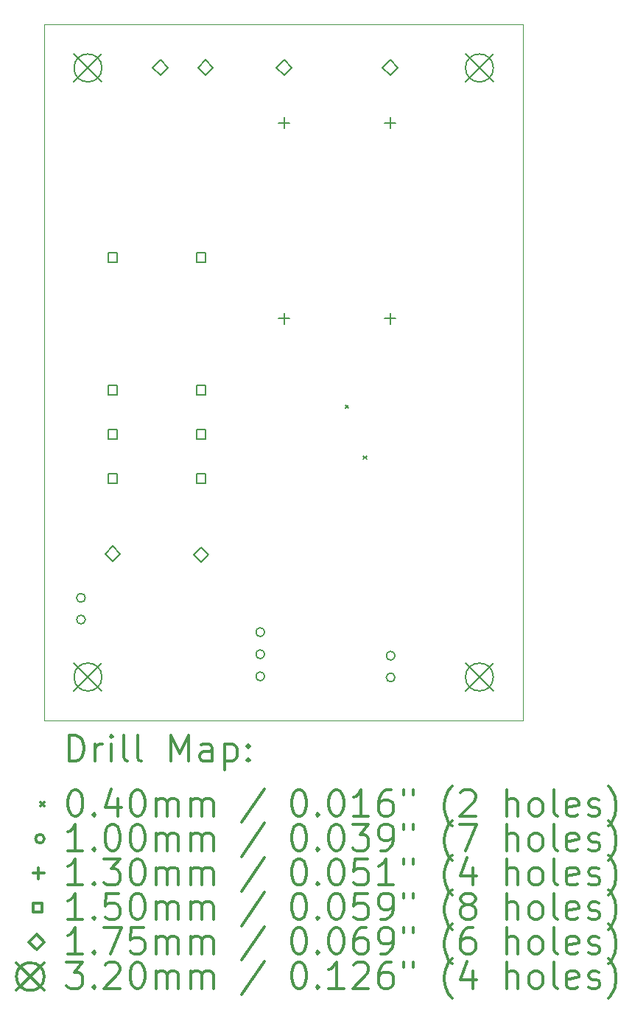
<source format=gbr>
%FSLAX45Y45*%
G04 Gerber Fmt 4.5, Leading zero omitted, Abs format (unit mm)*
G04 Created by KiCad (PCBNEW 5.1.6+dfsg1-1~bpo9+1) date 2022-04-20 22:27:03*
%MOMM*%
%LPD*%
G01*
G04 APERTURE LIST*
%TA.AperFunction,Profile*%
%ADD10C,0.050000*%
%TD*%
%ADD11C,0.200000*%
%ADD12C,0.300000*%
G04 APERTURE END LIST*
D10*
X7000000Y-5500000D02*
X12500000Y-5500000D01*
X12500000Y-13500000D02*
X12500000Y-5500000D01*
X7000000Y-13500000D02*
X7000000Y-5500000D01*
X7000000Y-13500000D02*
X12500000Y-13500000D01*
D11*
X10457500Y-9873300D02*
X10497500Y-9913300D01*
X10497500Y-9873300D02*
X10457500Y-9913300D01*
X10667050Y-10457500D02*
X10707050Y-10497500D01*
X10707050Y-10457500D02*
X10667050Y-10497500D01*
X7470000Y-12090000D02*
G75*
G03*
X7470000Y-12090000I-50000J0D01*
G01*
X7470000Y-12340000D02*
G75*
G03*
X7470000Y-12340000I-50000J0D01*
G01*
X11029150Y-12754800D02*
G75*
G03*
X11029150Y-12754800I-50000J0D01*
G01*
X11029150Y-13004800D02*
G75*
G03*
X11029150Y-13004800I-50000J0D01*
G01*
X9530550Y-12484100D02*
G75*
G03*
X9530550Y-12484100I-50000J0D01*
G01*
X9530550Y-12738100D02*
G75*
G03*
X9530550Y-12738100I-50000J0D01*
G01*
X9530550Y-12992100D02*
G75*
G03*
X9530550Y-12992100I-50000J0D01*
G01*
X10972800Y-6564400D02*
X10972800Y-6694400D01*
X10907800Y-6629400D02*
X11037800Y-6629400D01*
X10972800Y-8814400D02*
X10972800Y-8944400D01*
X10907800Y-8879400D02*
X11037800Y-8879400D01*
X9753600Y-6564400D02*
X9753600Y-6694400D01*
X9688600Y-6629400D02*
X9818600Y-6629400D01*
X9753600Y-8814400D02*
X9753600Y-8944400D01*
X9688600Y-8879400D02*
X9818600Y-8879400D01*
X7838133Y-8231833D02*
X7838133Y-8125766D01*
X7732066Y-8125766D01*
X7732066Y-8231833D01*
X7838133Y-8231833D01*
X7838133Y-9755834D02*
X7838133Y-9649767D01*
X7732066Y-9649767D01*
X7732066Y-9755834D01*
X7838133Y-9755834D01*
X7838133Y-10263834D02*
X7838133Y-10157767D01*
X7732066Y-10157767D01*
X7732066Y-10263834D01*
X7838133Y-10263834D01*
X7838133Y-10771834D02*
X7838133Y-10665767D01*
X7732066Y-10665767D01*
X7732066Y-10771834D01*
X7838133Y-10771834D01*
X8854134Y-8231833D02*
X8854134Y-8125766D01*
X8748067Y-8125766D01*
X8748067Y-8231833D01*
X8854134Y-8231833D01*
X8854134Y-9755834D02*
X8854134Y-9649767D01*
X8748067Y-9649767D01*
X8748067Y-9755834D01*
X8854134Y-9755834D01*
X8854134Y-10263834D02*
X8854134Y-10157767D01*
X8748067Y-10157767D01*
X8748067Y-10263834D01*
X8854134Y-10263834D01*
X8854134Y-10771834D02*
X8854134Y-10665767D01*
X8748067Y-10665767D01*
X8748067Y-10771834D01*
X8854134Y-10771834D01*
X7785100Y-11669900D02*
X7872600Y-11582400D01*
X7785100Y-11494900D01*
X7697600Y-11582400D01*
X7785100Y-11669900D01*
X8801100Y-11682600D02*
X8888600Y-11595100D01*
X8801100Y-11507600D01*
X8713600Y-11595100D01*
X8801100Y-11682600D01*
X8331200Y-6081900D02*
X8418700Y-5994400D01*
X8331200Y-5906900D01*
X8243700Y-5994400D01*
X8331200Y-6081900D01*
X9753600Y-6081900D02*
X9841100Y-5994400D01*
X9753600Y-5906900D01*
X9666100Y-5994400D01*
X9753600Y-6081900D01*
X10972800Y-6081900D02*
X11060300Y-5994400D01*
X10972800Y-5906900D01*
X10885300Y-5994400D01*
X10972800Y-6081900D01*
X8851900Y-6081900D02*
X8939400Y-5994400D01*
X8851900Y-5906900D01*
X8764400Y-5994400D01*
X8851900Y-6081900D01*
X11840000Y-5840000D02*
X12160000Y-6160000D01*
X12160000Y-5840000D02*
X11840000Y-6160000D01*
X12160000Y-6000000D02*
G75*
G03*
X12160000Y-6000000I-160000J0D01*
G01*
X11840000Y-12840000D02*
X12160000Y-13160000D01*
X12160000Y-12840000D02*
X11840000Y-13160000D01*
X12160000Y-13000000D02*
G75*
G03*
X12160000Y-13000000I-160000J0D01*
G01*
X7340000Y-5840000D02*
X7660000Y-6160000D01*
X7660000Y-5840000D02*
X7340000Y-6160000D01*
X7660000Y-6000000D02*
G75*
G03*
X7660000Y-6000000I-160000J0D01*
G01*
X7340000Y-12840000D02*
X7660000Y-13160000D01*
X7660000Y-12840000D02*
X7340000Y-13160000D01*
X7660000Y-13000000D02*
G75*
G03*
X7660000Y-13000000I-160000J0D01*
G01*
D12*
X7283928Y-13968214D02*
X7283928Y-13668214D01*
X7355357Y-13668214D01*
X7398214Y-13682500D01*
X7426786Y-13711071D01*
X7441071Y-13739643D01*
X7455357Y-13796786D01*
X7455357Y-13839643D01*
X7441071Y-13896786D01*
X7426786Y-13925357D01*
X7398214Y-13953929D01*
X7355357Y-13968214D01*
X7283928Y-13968214D01*
X7583928Y-13968214D02*
X7583928Y-13768214D01*
X7583928Y-13825357D02*
X7598214Y-13796786D01*
X7612500Y-13782500D01*
X7641071Y-13768214D01*
X7669643Y-13768214D01*
X7769643Y-13968214D02*
X7769643Y-13768214D01*
X7769643Y-13668214D02*
X7755357Y-13682500D01*
X7769643Y-13696786D01*
X7783928Y-13682500D01*
X7769643Y-13668214D01*
X7769643Y-13696786D01*
X7955357Y-13968214D02*
X7926786Y-13953929D01*
X7912500Y-13925357D01*
X7912500Y-13668214D01*
X8112500Y-13968214D02*
X8083928Y-13953929D01*
X8069643Y-13925357D01*
X8069643Y-13668214D01*
X8455357Y-13968214D02*
X8455357Y-13668214D01*
X8555357Y-13882500D01*
X8655357Y-13668214D01*
X8655357Y-13968214D01*
X8926786Y-13968214D02*
X8926786Y-13811071D01*
X8912500Y-13782500D01*
X8883928Y-13768214D01*
X8826786Y-13768214D01*
X8798214Y-13782500D01*
X8926786Y-13953929D02*
X8898214Y-13968214D01*
X8826786Y-13968214D01*
X8798214Y-13953929D01*
X8783928Y-13925357D01*
X8783928Y-13896786D01*
X8798214Y-13868214D01*
X8826786Y-13853929D01*
X8898214Y-13853929D01*
X8926786Y-13839643D01*
X9069643Y-13768214D02*
X9069643Y-14068214D01*
X9069643Y-13782500D02*
X9098214Y-13768214D01*
X9155357Y-13768214D01*
X9183928Y-13782500D01*
X9198214Y-13796786D01*
X9212500Y-13825357D01*
X9212500Y-13911071D01*
X9198214Y-13939643D01*
X9183928Y-13953929D01*
X9155357Y-13968214D01*
X9098214Y-13968214D01*
X9069643Y-13953929D01*
X9341071Y-13939643D02*
X9355357Y-13953929D01*
X9341071Y-13968214D01*
X9326786Y-13953929D01*
X9341071Y-13939643D01*
X9341071Y-13968214D01*
X9341071Y-13782500D02*
X9355357Y-13796786D01*
X9341071Y-13811071D01*
X9326786Y-13796786D01*
X9341071Y-13782500D01*
X9341071Y-13811071D01*
X6957500Y-14442500D02*
X6997500Y-14482500D01*
X6997500Y-14442500D02*
X6957500Y-14482500D01*
X7341071Y-14298214D02*
X7369643Y-14298214D01*
X7398214Y-14312500D01*
X7412500Y-14326786D01*
X7426786Y-14355357D01*
X7441071Y-14412500D01*
X7441071Y-14483929D01*
X7426786Y-14541071D01*
X7412500Y-14569643D01*
X7398214Y-14583929D01*
X7369643Y-14598214D01*
X7341071Y-14598214D01*
X7312500Y-14583929D01*
X7298214Y-14569643D01*
X7283928Y-14541071D01*
X7269643Y-14483929D01*
X7269643Y-14412500D01*
X7283928Y-14355357D01*
X7298214Y-14326786D01*
X7312500Y-14312500D01*
X7341071Y-14298214D01*
X7569643Y-14569643D02*
X7583928Y-14583929D01*
X7569643Y-14598214D01*
X7555357Y-14583929D01*
X7569643Y-14569643D01*
X7569643Y-14598214D01*
X7841071Y-14398214D02*
X7841071Y-14598214D01*
X7769643Y-14283929D02*
X7698214Y-14498214D01*
X7883928Y-14498214D01*
X8055357Y-14298214D02*
X8083928Y-14298214D01*
X8112500Y-14312500D01*
X8126786Y-14326786D01*
X8141071Y-14355357D01*
X8155357Y-14412500D01*
X8155357Y-14483929D01*
X8141071Y-14541071D01*
X8126786Y-14569643D01*
X8112500Y-14583929D01*
X8083928Y-14598214D01*
X8055357Y-14598214D01*
X8026786Y-14583929D01*
X8012500Y-14569643D01*
X7998214Y-14541071D01*
X7983928Y-14483929D01*
X7983928Y-14412500D01*
X7998214Y-14355357D01*
X8012500Y-14326786D01*
X8026786Y-14312500D01*
X8055357Y-14298214D01*
X8283928Y-14598214D02*
X8283928Y-14398214D01*
X8283928Y-14426786D02*
X8298214Y-14412500D01*
X8326786Y-14398214D01*
X8369643Y-14398214D01*
X8398214Y-14412500D01*
X8412500Y-14441071D01*
X8412500Y-14598214D01*
X8412500Y-14441071D02*
X8426786Y-14412500D01*
X8455357Y-14398214D01*
X8498214Y-14398214D01*
X8526786Y-14412500D01*
X8541071Y-14441071D01*
X8541071Y-14598214D01*
X8683928Y-14598214D02*
X8683928Y-14398214D01*
X8683928Y-14426786D02*
X8698214Y-14412500D01*
X8726786Y-14398214D01*
X8769643Y-14398214D01*
X8798214Y-14412500D01*
X8812500Y-14441071D01*
X8812500Y-14598214D01*
X8812500Y-14441071D02*
X8826786Y-14412500D01*
X8855357Y-14398214D01*
X8898214Y-14398214D01*
X8926786Y-14412500D01*
X8941071Y-14441071D01*
X8941071Y-14598214D01*
X9526786Y-14283929D02*
X9269643Y-14669643D01*
X9912500Y-14298214D02*
X9941071Y-14298214D01*
X9969643Y-14312500D01*
X9983928Y-14326786D01*
X9998214Y-14355357D01*
X10012500Y-14412500D01*
X10012500Y-14483929D01*
X9998214Y-14541071D01*
X9983928Y-14569643D01*
X9969643Y-14583929D01*
X9941071Y-14598214D01*
X9912500Y-14598214D01*
X9883928Y-14583929D01*
X9869643Y-14569643D01*
X9855357Y-14541071D01*
X9841071Y-14483929D01*
X9841071Y-14412500D01*
X9855357Y-14355357D01*
X9869643Y-14326786D01*
X9883928Y-14312500D01*
X9912500Y-14298214D01*
X10141071Y-14569643D02*
X10155357Y-14583929D01*
X10141071Y-14598214D01*
X10126786Y-14583929D01*
X10141071Y-14569643D01*
X10141071Y-14598214D01*
X10341071Y-14298214D02*
X10369643Y-14298214D01*
X10398214Y-14312500D01*
X10412500Y-14326786D01*
X10426786Y-14355357D01*
X10441071Y-14412500D01*
X10441071Y-14483929D01*
X10426786Y-14541071D01*
X10412500Y-14569643D01*
X10398214Y-14583929D01*
X10369643Y-14598214D01*
X10341071Y-14598214D01*
X10312500Y-14583929D01*
X10298214Y-14569643D01*
X10283928Y-14541071D01*
X10269643Y-14483929D01*
X10269643Y-14412500D01*
X10283928Y-14355357D01*
X10298214Y-14326786D01*
X10312500Y-14312500D01*
X10341071Y-14298214D01*
X10726786Y-14598214D02*
X10555357Y-14598214D01*
X10641071Y-14598214D02*
X10641071Y-14298214D01*
X10612500Y-14341071D01*
X10583928Y-14369643D01*
X10555357Y-14383929D01*
X10983928Y-14298214D02*
X10926786Y-14298214D01*
X10898214Y-14312500D01*
X10883928Y-14326786D01*
X10855357Y-14369643D01*
X10841071Y-14426786D01*
X10841071Y-14541071D01*
X10855357Y-14569643D01*
X10869643Y-14583929D01*
X10898214Y-14598214D01*
X10955357Y-14598214D01*
X10983928Y-14583929D01*
X10998214Y-14569643D01*
X11012500Y-14541071D01*
X11012500Y-14469643D01*
X10998214Y-14441071D01*
X10983928Y-14426786D01*
X10955357Y-14412500D01*
X10898214Y-14412500D01*
X10869643Y-14426786D01*
X10855357Y-14441071D01*
X10841071Y-14469643D01*
X11126786Y-14298214D02*
X11126786Y-14355357D01*
X11241071Y-14298214D02*
X11241071Y-14355357D01*
X11683928Y-14712500D02*
X11669643Y-14698214D01*
X11641071Y-14655357D01*
X11626786Y-14626786D01*
X11612500Y-14583929D01*
X11598214Y-14512500D01*
X11598214Y-14455357D01*
X11612500Y-14383929D01*
X11626786Y-14341071D01*
X11641071Y-14312500D01*
X11669643Y-14269643D01*
X11683928Y-14255357D01*
X11783928Y-14326786D02*
X11798214Y-14312500D01*
X11826786Y-14298214D01*
X11898214Y-14298214D01*
X11926786Y-14312500D01*
X11941071Y-14326786D01*
X11955357Y-14355357D01*
X11955357Y-14383929D01*
X11941071Y-14426786D01*
X11769643Y-14598214D01*
X11955357Y-14598214D01*
X12312500Y-14598214D02*
X12312500Y-14298214D01*
X12441071Y-14598214D02*
X12441071Y-14441071D01*
X12426786Y-14412500D01*
X12398214Y-14398214D01*
X12355357Y-14398214D01*
X12326786Y-14412500D01*
X12312500Y-14426786D01*
X12626786Y-14598214D02*
X12598214Y-14583929D01*
X12583928Y-14569643D01*
X12569643Y-14541071D01*
X12569643Y-14455357D01*
X12583928Y-14426786D01*
X12598214Y-14412500D01*
X12626786Y-14398214D01*
X12669643Y-14398214D01*
X12698214Y-14412500D01*
X12712500Y-14426786D01*
X12726786Y-14455357D01*
X12726786Y-14541071D01*
X12712500Y-14569643D01*
X12698214Y-14583929D01*
X12669643Y-14598214D01*
X12626786Y-14598214D01*
X12898214Y-14598214D02*
X12869643Y-14583929D01*
X12855357Y-14555357D01*
X12855357Y-14298214D01*
X13126786Y-14583929D02*
X13098214Y-14598214D01*
X13041071Y-14598214D01*
X13012500Y-14583929D01*
X12998214Y-14555357D01*
X12998214Y-14441071D01*
X13012500Y-14412500D01*
X13041071Y-14398214D01*
X13098214Y-14398214D01*
X13126786Y-14412500D01*
X13141071Y-14441071D01*
X13141071Y-14469643D01*
X12998214Y-14498214D01*
X13255357Y-14583929D02*
X13283928Y-14598214D01*
X13341071Y-14598214D01*
X13369643Y-14583929D01*
X13383928Y-14555357D01*
X13383928Y-14541071D01*
X13369643Y-14512500D01*
X13341071Y-14498214D01*
X13298214Y-14498214D01*
X13269643Y-14483929D01*
X13255357Y-14455357D01*
X13255357Y-14441071D01*
X13269643Y-14412500D01*
X13298214Y-14398214D01*
X13341071Y-14398214D01*
X13369643Y-14412500D01*
X13483928Y-14712500D02*
X13498214Y-14698214D01*
X13526786Y-14655357D01*
X13541071Y-14626786D01*
X13555357Y-14583929D01*
X13569643Y-14512500D01*
X13569643Y-14455357D01*
X13555357Y-14383929D01*
X13541071Y-14341071D01*
X13526786Y-14312500D01*
X13498214Y-14269643D01*
X13483928Y-14255357D01*
X6997500Y-14858500D02*
G75*
G03*
X6997500Y-14858500I-50000J0D01*
G01*
X7441071Y-14994214D02*
X7269643Y-14994214D01*
X7355357Y-14994214D02*
X7355357Y-14694214D01*
X7326786Y-14737071D01*
X7298214Y-14765643D01*
X7269643Y-14779929D01*
X7569643Y-14965643D02*
X7583928Y-14979929D01*
X7569643Y-14994214D01*
X7555357Y-14979929D01*
X7569643Y-14965643D01*
X7569643Y-14994214D01*
X7769643Y-14694214D02*
X7798214Y-14694214D01*
X7826786Y-14708500D01*
X7841071Y-14722786D01*
X7855357Y-14751357D01*
X7869643Y-14808500D01*
X7869643Y-14879929D01*
X7855357Y-14937071D01*
X7841071Y-14965643D01*
X7826786Y-14979929D01*
X7798214Y-14994214D01*
X7769643Y-14994214D01*
X7741071Y-14979929D01*
X7726786Y-14965643D01*
X7712500Y-14937071D01*
X7698214Y-14879929D01*
X7698214Y-14808500D01*
X7712500Y-14751357D01*
X7726786Y-14722786D01*
X7741071Y-14708500D01*
X7769643Y-14694214D01*
X8055357Y-14694214D02*
X8083928Y-14694214D01*
X8112500Y-14708500D01*
X8126786Y-14722786D01*
X8141071Y-14751357D01*
X8155357Y-14808500D01*
X8155357Y-14879929D01*
X8141071Y-14937071D01*
X8126786Y-14965643D01*
X8112500Y-14979929D01*
X8083928Y-14994214D01*
X8055357Y-14994214D01*
X8026786Y-14979929D01*
X8012500Y-14965643D01*
X7998214Y-14937071D01*
X7983928Y-14879929D01*
X7983928Y-14808500D01*
X7998214Y-14751357D01*
X8012500Y-14722786D01*
X8026786Y-14708500D01*
X8055357Y-14694214D01*
X8283928Y-14994214D02*
X8283928Y-14794214D01*
X8283928Y-14822786D02*
X8298214Y-14808500D01*
X8326786Y-14794214D01*
X8369643Y-14794214D01*
X8398214Y-14808500D01*
X8412500Y-14837071D01*
X8412500Y-14994214D01*
X8412500Y-14837071D02*
X8426786Y-14808500D01*
X8455357Y-14794214D01*
X8498214Y-14794214D01*
X8526786Y-14808500D01*
X8541071Y-14837071D01*
X8541071Y-14994214D01*
X8683928Y-14994214D02*
X8683928Y-14794214D01*
X8683928Y-14822786D02*
X8698214Y-14808500D01*
X8726786Y-14794214D01*
X8769643Y-14794214D01*
X8798214Y-14808500D01*
X8812500Y-14837071D01*
X8812500Y-14994214D01*
X8812500Y-14837071D02*
X8826786Y-14808500D01*
X8855357Y-14794214D01*
X8898214Y-14794214D01*
X8926786Y-14808500D01*
X8941071Y-14837071D01*
X8941071Y-14994214D01*
X9526786Y-14679929D02*
X9269643Y-15065643D01*
X9912500Y-14694214D02*
X9941071Y-14694214D01*
X9969643Y-14708500D01*
X9983928Y-14722786D01*
X9998214Y-14751357D01*
X10012500Y-14808500D01*
X10012500Y-14879929D01*
X9998214Y-14937071D01*
X9983928Y-14965643D01*
X9969643Y-14979929D01*
X9941071Y-14994214D01*
X9912500Y-14994214D01*
X9883928Y-14979929D01*
X9869643Y-14965643D01*
X9855357Y-14937071D01*
X9841071Y-14879929D01*
X9841071Y-14808500D01*
X9855357Y-14751357D01*
X9869643Y-14722786D01*
X9883928Y-14708500D01*
X9912500Y-14694214D01*
X10141071Y-14965643D02*
X10155357Y-14979929D01*
X10141071Y-14994214D01*
X10126786Y-14979929D01*
X10141071Y-14965643D01*
X10141071Y-14994214D01*
X10341071Y-14694214D02*
X10369643Y-14694214D01*
X10398214Y-14708500D01*
X10412500Y-14722786D01*
X10426786Y-14751357D01*
X10441071Y-14808500D01*
X10441071Y-14879929D01*
X10426786Y-14937071D01*
X10412500Y-14965643D01*
X10398214Y-14979929D01*
X10369643Y-14994214D01*
X10341071Y-14994214D01*
X10312500Y-14979929D01*
X10298214Y-14965643D01*
X10283928Y-14937071D01*
X10269643Y-14879929D01*
X10269643Y-14808500D01*
X10283928Y-14751357D01*
X10298214Y-14722786D01*
X10312500Y-14708500D01*
X10341071Y-14694214D01*
X10541071Y-14694214D02*
X10726786Y-14694214D01*
X10626786Y-14808500D01*
X10669643Y-14808500D01*
X10698214Y-14822786D01*
X10712500Y-14837071D01*
X10726786Y-14865643D01*
X10726786Y-14937071D01*
X10712500Y-14965643D01*
X10698214Y-14979929D01*
X10669643Y-14994214D01*
X10583928Y-14994214D01*
X10555357Y-14979929D01*
X10541071Y-14965643D01*
X10869643Y-14994214D02*
X10926786Y-14994214D01*
X10955357Y-14979929D01*
X10969643Y-14965643D01*
X10998214Y-14922786D01*
X11012500Y-14865643D01*
X11012500Y-14751357D01*
X10998214Y-14722786D01*
X10983928Y-14708500D01*
X10955357Y-14694214D01*
X10898214Y-14694214D01*
X10869643Y-14708500D01*
X10855357Y-14722786D01*
X10841071Y-14751357D01*
X10841071Y-14822786D01*
X10855357Y-14851357D01*
X10869643Y-14865643D01*
X10898214Y-14879929D01*
X10955357Y-14879929D01*
X10983928Y-14865643D01*
X10998214Y-14851357D01*
X11012500Y-14822786D01*
X11126786Y-14694214D02*
X11126786Y-14751357D01*
X11241071Y-14694214D02*
X11241071Y-14751357D01*
X11683928Y-15108500D02*
X11669643Y-15094214D01*
X11641071Y-15051357D01*
X11626786Y-15022786D01*
X11612500Y-14979929D01*
X11598214Y-14908500D01*
X11598214Y-14851357D01*
X11612500Y-14779929D01*
X11626786Y-14737071D01*
X11641071Y-14708500D01*
X11669643Y-14665643D01*
X11683928Y-14651357D01*
X11769643Y-14694214D02*
X11969643Y-14694214D01*
X11841071Y-14994214D01*
X12312500Y-14994214D02*
X12312500Y-14694214D01*
X12441071Y-14994214D02*
X12441071Y-14837071D01*
X12426786Y-14808500D01*
X12398214Y-14794214D01*
X12355357Y-14794214D01*
X12326786Y-14808500D01*
X12312500Y-14822786D01*
X12626786Y-14994214D02*
X12598214Y-14979929D01*
X12583928Y-14965643D01*
X12569643Y-14937071D01*
X12569643Y-14851357D01*
X12583928Y-14822786D01*
X12598214Y-14808500D01*
X12626786Y-14794214D01*
X12669643Y-14794214D01*
X12698214Y-14808500D01*
X12712500Y-14822786D01*
X12726786Y-14851357D01*
X12726786Y-14937071D01*
X12712500Y-14965643D01*
X12698214Y-14979929D01*
X12669643Y-14994214D01*
X12626786Y-14994214D01*
X12898214Y-14994214D02*
X12869643Y-14979929D01*
X12855357Y-14951357D01*
X12855357Y-14694214D01*
X13126786Y-14979929D02*
X13098214Y-14994214D01*
X13041071Y-14994214D01*
X13012500Y-14979929D01*
X12998214Y-14951357D01*
X12998214Y-14837071D01*
X13012500Y-14808500D01*
X13041071Y-14794214D01*
X13098214Y-14794214D01*
X13126786Y-14808500D01*
X13141071Y-14837071D01*
X13141071Y-14865643D01*
X12998214Y-14894214D01*
X13255357Y-14979929D02*
X13283928Y-14994214D01*
X13341071Y-14994214D01*
X13369643Y-14979929D01*
X13383928Y-14951357D01*
X13383928Y-14937071D01*
X13369643Y-14908500D01*
X13341071Y-14894214D01*
X13298214Y-14894214D01*
X13269643Y-14879929D01*
X13255357Y-14851357D01*
X13255357Y-14837071D01*
X13269643Y-14808500D01*
X13298214Y-14794214D01*
X13341071Y-14794214D01*
X13369643Y-14808500D01*
X13483928Y-15108500D02*
X13498214Y-15094214D01*
X13526786Y-15051357D01*
X13541071Y-15022786D01*
X13555357Y-14979929D01*
X13569643Y-14908500D01*
X13569643Y-14851357D01*
X13555357Y-14779929D01*
X13541071Y-14737071D01*
X13526786Y-14708500D01*
X13498214Y-14665643D01*
X13483928Y-14651357D01*
X6932500Y-15189500D02*
X6932500Y-15319500D01*
X6867500Y-15254500D02*
X6997500Y-15254500D01*
X7441071Y-15390214D02*
X7269643Y-15390214D01*
X7355357Y-15390214D02*
X7355357Y-15090214D01*
X7326786Y-15133071D01*
X7298214Y-15161643D01*
X7269643Y-15175929D01*
X7569643Y-15361643D02*
X7583928Y-15375929D01*
X7569643Y-15390214D01*
X7555357Y-15375929D01*
X7569643Y-15361643D01*
X7569643Y-15390214D01*
X7683928Y-15090214D02*
X7869643Y-15090214D01*
X7769643Y-15204500D01*
X7812500Y-15204500D01*
X7841071Y-15218786D01*
X7855357Y-15233071D01*
X7869643Y-15261643D01*
X7869643Y-15333071D01*
X7855357Y-15361643D01*
X7841071Y-15375929D01*
X7812500Y-15390214D01*
X7726786Y-15390214D01*
X7698214Y-15375929D01*
X7683928Y-15361643D01*
X8055357Y-15090214D02*
X8083928Y-15090214D01*
X8112500Y-15104500D01*
X8126786Y-15118786D01*
X8141071Y-15147357D01*
X8155357Y-15204500D01*
X8155357Y-15275929D01*
X8141071Y-15333071D01*
X8126786Y-15361643D01*
X8112500Y-15375929D01*
X8083928Y-15390214D01*
X8055357Y-15390214D01*
X8026786Y-15375929D01*
X8012500Y-15361643D01*
X7998214Y-15333071D01*
X7983928Y-15275929D01*
X7983928Y-15204500D01*
X7998214Y-15147357D01*
X8012500Y-15118786D01*
X8026786Y-15104500D01*
X8055357Y-15090214D01*
X8283928Y-15390214D02*
X8283928Y-15190214D01*
X8283928Y-15218786D02*
X8298214Y-15204500D01*
X8326786Y-15190214D01*
X8369643Y-15190214D01*
X8398214Y-15204500D01*
X8412500Y-15233071D01*
X8412500Y-15390214D01*
X8412500Y-15233071D02*
X8426786Y-15204500D01*
X8455357Y-15190214D01*
X8498214Y-15190214D01*
X8526786Y-15204500D01*
X8541071Y-15233071D01*
X8541071Y-15390214D01*
X8683928Y-15390214D02*
X8683928Y-15190214D01*
X8683928Y-15218786D02*
X8698214Y-15204500D01*
X8726786Y-15190214D01*
X8769643Y-15190214D01*
X8798214Y-15204500D01*
X8812500Y-15233071D01*
X8812500Y-15390214D01*
X8812500Y-15233071D02*
X8826786Y-15204500D01*
X8855357Y-15190214D01*
X8898214Y-15190214D01*
X8926786Y-15204500D01*
X8941071Y-15233071D01*
X8941071Y-15390214D01*
X9526786Y-15075929D02*
X9269643Y-15461643D01*
X9912500Y-15090214D02*
X9941071Y-15090214D01*
X9969643Y-15104500D01*
X9983928Y-15118786D01*
X9998214Y-15147357D01*
X10012500Y-15204500D01*
X10012500Y-15275929D01*
X9998214Y-15333071D01*
X9983928Y-15361643D01*
X9969643Y-15375929D01*
X9941071Y-15390214D01*
X9912500Y-15390214D01*
X9883928Y-15375929D01*
X9869643Y-15361643D01*
X9855357Y-15333071D01*
X9841071Y-15275929D01*
X9841071Y-15204500D01*
X9855357Y-15147357D01*
X9869643Y-15118786D01*
X9883928Y-15104500D01*
X9912500Y-15090214D01*
X10141071Y-15361643D02*
X10155357Y-15375929D01*
X10141071Y-15390214D01*
X10126786Y-15375929D01*
X10141071Y-15361643D01*
X10141071Y-15390214D01*
X10341071Y-15090214D02*
X10369643Y-15090214D01*
X10398214Y-15104500D01*
X10412500Y-15118786D01*
X10426786Y-15147357D01*
X10441071Y-15204500D01*
X10441071Y-15275929D01*
X10426786Y-15333071D01*
X10412500Y-15361643D01*
X10398214Y-15375929D01*
X10369643Y-15390214D01*
X10341071Y-15390214D01*
X10312500Y-15375929D01*
X10298214Y-15361643D01*
X10283928Y-15333071D01*
X10269643Y-15275929D01*
X10269643Y-15204500D01*
X10283928Y-15147357D01*
X10298214Y-15118786D01*
X10312500Y-15104500D01*
X10341071Y-15090214D01*
X10712500Y-15090214D02*
X10569643Y-15090214D01*
X10555357Y-15233071D01*
X10569643Y-15218786D01*
X10598214Y-15204500D01*
X10669643Y-15204500D01*
X10698214Y-15218786D01*
X10712500Y-15233071D01*
X10726786Y-15261643D01*
X10726786Y-15333071D01*
X10712500Y-15361643D01*
X10698214Y-15375929D01*
X10669643Y-15390214D01*
X10598214Y-15390214D01*
X10569643Y-15375929D01*
X10555357Y-15361643D01*
X11012500Y-15390214D02*
X10841071Y-15390214D01*
X10926786Y-15390214D02*
X10926786Y-15090214D01*
X10898214Y-15133071D01*
X10869643Y-15161643D01*
X10841071Y-15175929D01*
X11126786Y-15090214D02*
X11126786Y-15147357D01*
X11241071Y-15090214D02*
X11241071Y-15147357D01*
X11683928Y-15504500D02*
X11669643Y-15490214D01*
X11641071Y-15447357D01*
X11626786Y-15418786D01*
X11612500Y-15375929D01*
X11598214Y-15304500D01*
X11598214Y-15247357D01*
X11612500Y-15175929D01*
X11626786Y-15133071D01*
X11641071Y-15104500D01*
X11669643Y-15061643D01*
X11683928Y-15047357D01*
X11926786Y-15190214D02*
X11926786Y-15390214D01*
X11855357Y-15075929D02*
X11783928Y-15290214D01*
X11969643Y-15290214D01*
X12312500Y-15390214D02*
X12312500Y-15090214D01*
X12441071Y-15390214D02*
X12441071Y-15233071D01*
X12426786Y-15204500D01*
X12398214Y-15190214D01*
X12355357Y-15190214D01*
X12326786Y-15204500D01*
X12312500Y-15218786D01*
X12626786Y-15390214D02*
X12598214Y-15375929D01*
X12583928Y-15361643D01*
X12569643Y-15333071D01*
X12569643Y-15247357D01*
X12583928Y-15218786D01*
X12598214Y-15204500D01*
X12626786Y-15190214D01*
X12669643Y-15190214D01*
X12698214Y-15204500D01*
X12712500Y-15218786D01*
X12726786Y-15247357D01*
X12726786Y-15333071D01*
X12712500Y-15361643D01*
X12698214Y-15375929D01*
X12669643Y-15390214D01*
X12626786Y-15390214D01*
X12898214Y-15390214D02*
X12869643Y-15375929D01*
X12855357Y-15347357D01*
X12855357Y-15090214D01*
X13126786Y-15375929D02*
X13098214Y-15390214D01*
X13041071Y-15390214D01*
X13012500Y-15375929D01*
X12998214Y-15347357D01*
X12998214Y-15233071D01*
X13012500Y-15204500D01*
X13041071Y-15190214D01*
X13098214Y-15190214D01*
X13126786Y-15204500D01*
X13141071Y-15233071D01*
X13141071Y-15261643D01*
X12998214Y-15290214D01*
X13255357Y-15375929D02*
X13283928Y-15390214D01*
X13341071Y-15390214D01*
X13369643Y-15375929D01*
X13383928Y-15347357D01*
X13383928Y-15333071D01*
X13369643Y-15304500D01*
X13341071Y-15290214D01*
X13298214Y-15290214D01*
X13269643Y-15275929D01*
X13255357Y-15247357D01*
X13255357Y-15233071D01*
X13269643Y-15204500D01*
X13298214Y-15190214D01*
X13341071Y-15190214D01*
X13369643Y-15204500D01*
X13483928Y-15504500D02*
X13498214Y-15490214D01*
X13526786Y-15447357D01*
X13541071Y-15418786D01*
X13555357Y-15375929D01*
X13569643Y-15304500D01*
X13569643Y-15247357D01*
X13555357Y-15175929D01*
X13541071Y-15133071D01*
X13526786Y-15104500D01*
X13498214Y-15061643D01*
X13483928Y-15047357D01*
X6975533Y-15703534D02*
X6975533Y-15597467D01*
X6869466Y-15597467D01*
X6869466Y-15703534D01*
X6975533Y-15703534D01*
X7441071Y-15786214D02*
X7269643Y-15786214D01*
X7355357Y-15786214D02*
X7355357Y-15486214D01*
X7326786Y-15529071D01*
X7298214Y-15557643D01*
X7269643Y-15571929D01*
X7569643Y-15757643D02*
X7583928Y-15771929D01*
X7569643Y-15786214D01*
X7555357Y-15771929D01*
X7569643Y-15757643D01*
X7569643Y-15786214D01*
X7855357Y-15486214D02*
X7712500Y-15486214D01*
X7698214Y-15629071D01*
X7712500Y-15614786D01*
X7741071Y-15600500D01*
X7812500Y-15600500D01*
X7841071Y-15614786D01*
X7855357Y-15629071D01*
X7869643Y-15657643D01*
X7869643Y-15729071D01*
X7855357Y-15757643D01*
X7841071Y-15771929D01*
X7812500Y-15786214D01*
X7741071Y-15786214D01*
X7712500Y-15771929D01*
X7698214Y-15757643D01*
X8055357Y-15486214D02*
X8083928Y-15486214D01*
X8112500Y-15500500D01*
X8126786Y-15514786D01*
X8141071Y-15543357D01*
X8155357Y-15600500D01*
X8155357Y-15671929D01*
X8141071Y-15729071D01*
X8126786Y-15757643D01*
X8112500Y-15771929D01*
X8083928Y-15786214D01*
X8055357Y-15786214D01*
X8026786Y-15771929D01*
X8012500Y-15757643D01*
X7998214Y-15729071D01*
X7983928Y-15671929D01*
X7983928Y-15600500D01*
X7998214Y-15543357D01*
X8012500Y-15514786D01*
X8026786Y-15500500D01*
X8055357Y-15486214D01*
X8283928Y-15786214D02*
X8283928Y-15586214D01*
X8283928Y-15614786D02*
X8298214Y-15600500D01*
X8326786Y-15586214D01*
X8369643Y-15586214D01*
X8398214Y-15600500D01*
X8412500Y-15629071D01*
X8412500Y-15786214D01*
X8412500Y-15629071D02*
X8426786Y-15600500D01*
X8455357Y-15586214D01*
X8498214Y-15586214D01*
X8526786Y-15600500D01*
X8541071Y-15629071D01*
X8541071Y-15786214D01*
X8683928Y-15786214D02*
X8683928Y-15586214D01*
X8683928Y-15614786D02*
X8698214Y-15600500D01*
X8726786Y-15586214D01*
X8769643Y-15586214D01*
X8798214Y-15600500D01*
X8812500Y-15629071D01*
X8812500Y-15786214D01*
X8812500Y-15629071D02*
X8826786Y-15600500D01*
X8855357Y-15586214D01*
X8898214Y-15586214D01*
X8926786Y-15600500D01*
X8941071Y-15629071D01*
X8941071Y-15786214D01*
X9526786Y-15471929D02*
X9269643Y-15857643D01*
X9912500Y-15486214D02*
X9941071Y-15486214D01*
X9969643Y-15500500D01*
X9983928Y-15514786D01*
X9998214Y-15543357D01*
X10012500Y-15600500D01*
X10012500Y-15671929D01*
X9998214Y-15729071D01*
X9983928Y-15757643D01*
X9969643Y-15771929D01*
X9941071Y-15786214D01*
X9912500Y-15786214D01*
X9883928Y-15771929D01*
X9869643Y-15757643D01*
X9855357Y-15729071D01*
X9841071Y-15671929D01*
X9841071Y-15600500D01*
X9855357Y-15543357D01*
X9869643Y-15514786D01*
X9883928Y-15500500D01*
X9912500Y-15486214D01*
X10141071Y-15757643D02*
X10155357Y-15771929D01*
X10141071Y-15786214D01*
X10126786Y-15771929D01*
X10141071Y-15757643D01*
X10141071Y-15786214D01*
X10341071Y-15486214D02*
X10369643Y-15486214D01*
X10398214Y-15500500D01*
X10412500Y-15514786D01*
X10426786Y-15543357D01*
X10441071Y-15600500D01*
X10441071Y-15671929D01*
X10426786Y-15729071D01*
X10412500Y-15757643D01*
X10398214Y-15771929D01*
X10369643Y-15786214D01*
X10341071Y-15786214D01*
X10312500Y-15771929D01*
X10298214Y-15757643D01*
X10283928Y-15729071D01*
X10269643Y-15671929D01*
X10269643Y-15600500D01*
X10283928Y-15543357D01*
X10298214Y-15514786D01*
X10312500Y-15500500D01*
X10341071Y-15486214D01*
X10712500Y-15486214D02*
X10569643Y-15486214D01*
X10555357Y-15629071D01*
X10569643Y-15614786D01*
X10598214Y-15600500D01*
X10669643Y-15600500D01*
X10698214Y-15614786D01*
X10712500Y-15629071D01*
X10726786Y-15657643D01*
X10726786Y-15729071D01*
X10712500Y-15757643D01*
X10698214Y-15771929D01*
X10669643Y-15786214D01*
X10598214Y-15786214D01*
X10569643Y-15771929D01*
X10555357Y-15757643D01*
X10869643Y-15786214D02*
X10926786Y-15786214D01*
X10955357Y-15771929D01*
X10969643Y-15757643D01*
X10998214Y-15714786D01*
X11012500Y-15657643D01*
X11012500Y-15543357D01*
X10998214Y-15514786D01*
X10983928Y-15500500D01*
X10955357Y-15486214D01*
X10898214Y-15486214D01*
X10869643Y-15500500D01*
X10855357Y-15514786D01*
X10841071Y-15543357D01*
X10841071Y-15614786D01*
X10855357Y-15643357D01*
X10869643Y-15657643D01*
X10898214Y-15671929D01*
X10955357Y-15671929D01*
X10983928Y-15657643D01*
X10998214Y-15643357D01*
X11012500Y-15614786D01*
X11126786Y-15486214D02*
X11126786Y-15543357D01*
X11241071Y-15486214D02*
X11241071Y-15543357D01*
X11683928Y-15900500D02*
X11669643Y-15886214D01*
X11641071Y-15843357D01*
X11626786Y-15814786D01*
X11612500Y-15771929D01*
X11598214Y-15700500D01*
X11598214Y-15643357D01*
X11612500Y-15571929D01*
X11626786Y-15529071D01*
X11641071Y-15500500D01*
X11669643Y-15457643D01*
X11683928Y-15443357D01*
X11841071Y-15614786D02*
X11812500Y-15600500D01*
X11798214Y-15586214D01*
X11783928Y-15557643D01*
X11783928Y-15543357D01*
X11798214Y-15514786D01*
X11812500Y-15500500D01*
X11841071Y-15486214D01*
X11898214Y-15486214D01*
X11926786Y-15500500D01*
X11941071Y-15514786D01*
X11955357Y-15543357D01*
X11955357Y-15557643D01*
X11941071Y-15586214D01*
X11926786Y-15600500D01*
X11898214Y-15614786D01*
X11841071Y-15614786D01*
X11812500Y-15629071D01*
X11798214Y-15643357D01*
X11783928Y-15671929D01*
X11783928Y-15729071D01*
X11798214Y-15757643D01*
X11812500Y-15771929D01*
X11841071Y-15786214D01*
X11898214Y-15786214D01*
X11926786Y-15771929D01*
X11941071Y-15757643D01*
X11955357Y-15729071D01*
X11955357Y-15671929D01*
X11941071Y-15643357D01*
X11926786Y-15629071D01*
X11898214Y-15614786D01*
X12312500Y-15786214D02*
X12312500Y-15486214D01*
X12441071Y-15786214D02*
X12441071Y-15629071D01*
X12426786Y-15600500D01*
X12398214Y-15586214D01*
X12355357Y-15586214D01*
X12326786Y-15600500D01*
X12312500Y-15614786D01*
X12626786Y-15786214D02*
X12598214Y-15771929D01*
X12583928Y-15757643D01*
X12569643Y-15729071D01*
X12569643Y-15643357D01*
X12583928Y-15614786D01*
X12598214Y-15600500D01*
X12626786Y-15586214D01*
X12669643Y-15586214D01*
X12698214Y-15600500D01*
X12712500Y-15614786D01*
X12726786Y-15643357D01*
X12726786Y-15729071D01*
X12712500Y-15757643D01*
X12698214Y-15771929D01*
X12669643Y-15786214D01*
X12626786Y-15786214D01*
X12898214Y-15786214D02*
X12869643Y-15771929D01*
X12855357Y-15743357D01*
X12855357Y-15486214D01*
X13126786Y-15771929D02*
X13098214Y-15786214D01*
X13041071Y-15786214D01*
X13012500Y-15771929D01*
X12998214Y-15743357D01*
X12998214Y-15629071D01*
X13012500Y-15600500D01*
X13041071Y-15586214D01*
X13098214Y-15586214D01*
X13126786Y-15600500D01*
X13141071Y-15629071D01*
X13141071Y-15657643D01*
X12998214Y-15686214D01*
X13255357Y-15771929D02*
X13283928Y-15786214D01*
X13341071Y-15786214D01*
X13369643Y-15771929D01*
X13383928Y-15743357D01*
X13383928Y-15729071D01*
X13369643Y-15700500D01*
X13341071Y-15686214D01*
X13298214Y-15686214D01*
X13269643Y-15671929D01*
X13255357Y-15643357D01*
X13255357Y-15629071D01*
X13269643Y-15600500D01*
X13298214Y-15586214D01*
X13341071Y-15586214D01*
X13369643Y-15600500D01*
X13483928Y-15900500D02*
X13498214Y-15886214D01*
X13526786Y-15843357D01*
X13541071Y-15814786D01*
X13555357Y-15771929D01*
X13569643Y-15700500D01*
X13569643Y-15643357D01*
X13555357Y-15571929D01*
X13541071Y-15529071D01*
X13526786Y-15500500D01*
X13498214Y-15457643D01*
X13483928Y-15443357D01*
X6910000Y-16134000D02*
X6997500Y-16046500D01*
X6910000Y-15959000D01*
X6822500Y-16046500D01*
X6910000Y-16134000D01*
X7441071Y-16182214D02*
X7269643Y-16182214D01*
X7355357Y-16182214D02*
X7355357Y-15882214D01*
X7326786Y-15925071D01*
X7298214Y-15953643D01*
X7269643Y-15967929D01*
X7569643Y-16153643D02*
X7583928Y-16167929D01*
X7569643Y-16182214D01*
X7555357Y-16167929D01*
X7569643Y-16153643D01*
X7569643Y-16182214D01*
X7683928Y-15882214D02*
X7883928Y-15882214D01*
X7755357Y-16182214D01*
X8141071Y-15882214D02*
X7998214Y-15882214D01*
X7983928Y-16025071D01*
X7998214Y-16010786D01*
X8026786Y-15996500D01*
X8098214Y-15996500D01*
X8126786Y-16010786D01*
X8141071Y-16025071D01*
X8155357Y-16053643D01*
X8155357Y-16125071D01*
X8141071Y-16153643D01*
X8126786Y-16167929D01*
X8098214Y-16182214D01*
X8026786Y-16182214D01*
X7998214Y-16167929D01*
X7983928Y-16153643D01*
X8283928Y-16182214D02*
X8283928Y-15982214D01*
X8283928Y-16010786D02*
X8298214Y-15996500D01*
X8326786Y-15982214D01*
X8369643Y-15982214D01*
X8398214Y-15996500D01*
X8412500Y-16025071D01*
X8412500Y-16182214D01*
X8412500Y-16025071D02*
X8426786Y-15996500D01*
X8455357Y-15982214D01*
X8498214Y-15982214D01*
X8526786Y-15996500D01*
X8541071Y-16025071D01*
X8541071Y-16182214D01*
X8683928Y-16182214D02*
X8683928Y-15982214D01*
X8683928Y-16010786D02*
X8698214Y-15996500D01*
X8726786Y-15982214D01*
X8769643Y-15982214D01*
X8798214Y-15996500D01*
X8812500Y-16025071D01*
X8812500Y-16182214D01*
X8812500Y-16025071D02*
X8826786Y-15996500D01*
X8855357Y-15982214D01*
X8898214Y-15982214D01*
X8926786Y-15996500D01*
X8941071Y-16025071D01*
X8941071Y-16182214D01*
X9526786Y-15867929D02*
X9269643Y-16253643D01*
X9912500Y-15882214D02*
X9941071Y-15882214D01*
X9969643Y-15896500D01*
X9983928Y-15910786D01*
X9998214Y-15939357D01*
X10012500Y-15996500D01*
X10012500Y-16067929D01*
X9998214Y-16125071D01*
X9983928Y-16153643D01*
X9969643Y-16167929D01*
X9941071Y-16182214D01*
X9912500Y-16182214D01*
X9883928Y-16167929D01*
X9869643Y-16153643D01*
X9855357Y-16125071D01*
X9841071Y-16067929D01*
X9841071Y-15996500D01*
X9855357Y-15939357D01*
X9869643Y-15910786D01*
X9883928Y-15896500D01*
X9912500Y-15882214D01*
X10141071Y-16153643D02*
X10155357Y-16167929D01*
X10141071Y-16182214D01*
X10126786Y-16167929D01*
X10141071Y-16153643D01*
X10141071Y-16182214D01*
X10341071Y-15882214D02*
X10369643Y-15882214D01*
X10398214Y-15896500D01*
X10412500Y-15910786D01*
X10426786Y-15939357D01*
X10441071Y-15996500D01*
X10441071Y-16067929D01*
X10426786Y-16125071D01*
X10412500Y-16153643D01*
X10398214Y-16167929D01*
X10369643Y-16182214D01*
X10341071Y-16182214D01*
X10312500Y-16167929D01*
X10298214Y-16153643D01*
X10283928Y-16125071D01*
X10269643Y-16067929D01*
X10269643Y-15996500D01*
X10283928Y-15939357D01*
X10298214Y-15910786D01*
X10312500Y-15896500D01*
X10341071Y-15882214D01*
X10698214Y-15882214D02*
X10641071Y-15882214D01*
X10612500Y-15896500D01*
X10598214Y-15910786D01*
X10569643Y-15953643D01*
X10555357Y-16010786D01*
X10555357Y-16125071D01*
X10569643Y-16153643D01*
X10583928Y-16167929D01*
X10612500Y-16182214D01*
X10669643Y-16182214D01*
X10698214Y-16167929D01*
X10712500Y-16153643D01*
X10726786Y-16125071D01*
X10726786Y-16053643D01*
X10712500Y-16025071D01*
X10698214Y-16010786D01*
X10669643Y-15996500D01*
X10612500Y-15996500D01*
X10583928Y-16010786D01*
X10569643Y-16025071D01*
X10555357Y-16053643D01*
X10869643Y-16182214D02*
X10926786Y-16182214D01*
X10955357Y-16167929D01*
X10969643Y-16153643D01*
X10998214Y-16110786D01*
X11012500Y-16053643D01*
X11012500Y-15939357D01*
X10998214Y-15910786D01*
X10983928Y-15896500D01*
X10955357Y-15882214D01*
X10898214Y-15882214D01*
X10869643Y-15896500D01*
X10855357Y-15910786D01*
X10841071Y-15939357D01*
X10841071Y-16010786D01*
X10855357Y-16039357D01*
X10869643Y-16053643D01*
X10898214Y-16067929D01*
X10955357Y-16067929D01*
X10983928Y-16053643D01*
X10998214Y-16039357D01*
X11012500Y-16010786D01*
X11126786Y-15882214D02*
X11126786Y-15939357D01*
X11241071Y-15882214D02*
X11241071Y-15939357D01*
X11683928Y-16296500D02*
X11669643Y-16282214D01*
X11641071Y-16239357D01*
X11626786Y-16210786D01*
X11612500Y-16167929D01*
X11598214Y-16096500D01*
X11598214Y-16039357D01*
X11612500Y-15967929D01*
X11626786Y-15925071D01*
X11641071Y-15896500D01*
X11669643Y-15853643D01*
X11683928Y-15839357D01*
X11926786Y-15882214D02*
X11869643Y-15882214D01*
X11841071Y-15896500D01*
X11826786Y-15910786D01*
X11798214Y-15953643D01*
X11783928Y-16010786D01*
X11783928Y-16125071D01*
X11798214Y-16153643D01*
X11812500Y-16167929D01*
X11841071Y-16182214D01*
X11898214Y-16182214D01*
X11926786Y-16167929D01*
X11941071Y-16153643D01*
X11955357Y-16125071D01*
X11955357Y-16053643D01*
X11941071Y-16025071D01*
X11926786Y-16010786D01*
X11898214Y-15996500D01*
X11841071Y-15996500D01*
X11812500Y-16010786D01*
X11798214Y-16025071D01*
X11783928Y-16053643D01*
X12312500Y-16182214D02*
X12312500Y-15882214D01*
X12441071Y-16182214D02*
X12441071Y-16025071D01*
X12426786Y-15996500D01*
X12398214Y-15982214D01*
X12355357Y-15982214D01*
X12326786Y-15996500D01*
X12312500Y-16010786D01*
X12626786Y-16182214D02*
X12598214Y-16167929D01*
X12583928Y-16153643D01*
X12569643Y-16125071D01*
X12569643Y-16039357D01*
X12583928Y-16010786D01*
X12598214Y-15996500D01*
X12626786Y-15982214D01*
X12669643Y-15982214D01*
X12698214Y-15996500D01*
X12712500Y-16010786D01*
X12726786Y-16039357D01*
X12726786Y-16125071D01*
X12712500Y-16153643D01*
X12698214Y-16167929D01*
X12669643Y-16182214D01*
X12626786Y-16182214D01*
X12898214Y-16182214D02*
X12869643Y-16167929D01*
X12855357Y-16139357D01*
X12855357Y-15882214D01*
X13126786Y-16167929D02*
X13098214Y-16182214D01*
X13041071Y-16182214D01*
X13012500Y-16167929D01*
X12998214Y-16139357D01*
X12998214Y-16025071D01*
X13012500Y-15996500D01*
X13041071Y-15982214D01*
X13098214Y-15982214D01*
X13126786Y-15996500D01*
X13141071Y-16025071D01*
X13141071Y-16053643D01*
X12998214Y-16082214D01*
X13255357Y-16167929D02*
X13283928Y-16182214D01*
X13341071Y-16182214D01*
X13369643Y-16167929D01*
X13383928Y-16139357D01*
X13383928Y-16125071D01*
X13369643Y-16096500D01*
X13341071Y-16082214D01*
X13298214Y-16082214D01*
X13269643Y-16067929D01*
X13255357Y-16039357D01*
X13255357Y-16025071D01*
X13269643Y-15996500D01*
X13298214Y-15982214D01*
X13341071Y-15982214D01*
X13369643Y-15996500D01*
X13483928Y-16296500D02*
X13498214Y-16282214D01*
X13526786Y-16239357D01*
X13541071Y-16210786D01*
X13555357Y-16167929D01*
X13569643Y-16096500D01*
X13569643Y-16039357D01*
X13555357Y-15967929D01*
X13541071Y-15925071D01*
X13526786Y-15896500D01*
X13498214Y-15853643D01*
X13483928Y-15839357D01*
X6677500Y-16282500D02*
X6997500Y-16602500D01*
X6997500Y-16282500D02*
X6677500Y-16602500D01*
X6997500Y-16442500D02*
G75*
G03*
X6997500Y-16442500I-160000J0D01*
G01*
X7255357Y-16278214D02*
X7441071Y-16278214D01*
X7341071Y-16392500D01*
X7383928Y-16392500D01*
X7412500Y-16406786D01*
X7426786Y-16421071D01*
X7441071Y-16449643D01*
X7441071Y-16521071D01*
X7426786Y-16549643D01*
X7412500Y-16563929D01*
X7383928Y-16578214D01*
X7298214Y-16578214D01*
X7269643Y-16563929D01*
X7255357Y-16549643D01*
X7569643Y-16549643D02*
X7583928Y-16563929D01*
X7569643Y-16578214D01*
X7555357Y-16563929D01*
X7569643Y-16549643D01*
X7569643Y-16578214D01*
X7698214Y-16306786D02*
X7712500Y-16292500D01*
X7741071Y-16278214D01*
X7812500Y-16278214D01*
X7841071Y-16292500D01*
X7855357Y-16306786D01*
X7869643Y-16335357D01*
X7869643Y-16363929D01*
X7855357Y-16406786D01*
X7683928Y-16578214D01*
X7869643Y-16578214D01*
X8055357Y-16278214D02*
X8083928Y-16278214D01*
X8112500Y-16292500D01*
X8126786Y-16306786D01*
X8141071Y-16335357D01*
X8155357Y-16392500D01*
X8155357Y-16463929D01*
X8141071Y-16521071D01*
X8126786Y-16549643D01*
X8112500Y-16563929D01*
X8083928Y-16578214D01*
X8055357Y-16578214D01*
X8026786Y-16563929D01*
X8012500Y-16549643D01*
X7998214Y-16521071D01*
X7983928Y-16463929D01*
X7983928Y-16392500D01*
X7998214Y-16335357D01*
X8012500Y-16306786D01*
X8026786Y-16292500D01*
X8055357Y-16278214D01*
X8283928Y-16578214D02*
X8283928Y-16378214D01*
X8283928Y-16406786D02*
X8298214Y-16392500D01*
X8326786Y-16378214D01*
X8369643Y-16378214D01*
X8398214Y-16392500D01*
X8412500Y-16421071D01*
X8412500Y-16578214D01*
X8412500Y-16421071D02*
X8426786Y-16392500D01*
X8455357Y-16378214D01*
X8498214Y-16378214D01*
X8526786Y-16392500D01*
X8541071Y-16421071D01*
X8541071Y-16578214D01*
X8683928Y-16578214D02*
X8683928Y-16378214D01*
X8683928Y-16406786D02*
X8698214Y-16392500D01*
X8726786Y-16378214D01*
X8769643Y-16378214D01*
X8798214Y-16392500D01*
X8812500Y-16421071D01*
X8812500Y-16578214D01*
X8812500Y-16421071D02*
X8826786Y-16392500D01*
X8855357Y-16378214D01*
X8898214Y-16378214D01*
X8926786Y-16392500D01*
X8941071Y-16421071D01*
X8941071Y-16578214D01*
X9526786Y-16263929D02*
X9269643Y-16649643D01*
X9912500Y-16278214D02*
X9941071Y-16278214D01*
X9969643Y-16292500D01*
X9983928Y-16306786D01*
X9998214Y-16335357D01*
X10012500Y-16392500D01*
X10012500Y-16463929D01*
X9998214Y-16521071D01*
X9983928Y-16549643D01*
X9969643Y-16563929D01*
X9941071Y-16578214D01*
X9912500Y-16578214D01*
X9883928Y-16563929D01*
X9869643Y-16549643D01*
X9855357Y-16521071D01*
X9841071Y-16463929D01*
X9841071Y-16392500D01*
X9855357Y-16335357D01*
X9869643Y-16306786D01*
X9883928Y-16292500D01*
X9912500Y-16278214D01*
X10141071Y-16549643D02*
X10155357Y-16563929D01*
X10141071Y-16578214D01*
X10126786Y-16563929D01*
X10141071Y-16549643D01*
X10141071Y-16578214D01*
X10441071Y-16578214D02*
X10269643Y-16578214D01*
X10355357Y-16578214D02*
X10355357Y-16278214D01*
X10326786Y-16321071D01*
X10298214Y-16349643D01*
X10269643Y-16363929D01*
X10555357Y-16306786D02*
X10569643Y-16292500D01*
X10598214Y-16278214D01*
X10669643Y-16278214D01*
X10698214Y-16292500D01*
X10712500Y-16306786D01*
X10726786Y-16335357D01*
X10726786Y-16363929D01*
X10712500Y-16406786D01*
X10541071Y-16578214D01*
X10726786Y-16578214D01*
X10983928Y-16278214D02*
X10926786Y-16278214D01*
X10898214Y-16292500D01*
X10883928Y-16306786D01*
X10855357Y-16349643D01*
X10841071Y-16406786D01*
X10841071Y-16521071D01*
X10855357Y-16549643D01*
X10869643Y-16563929D01*
X10898214Y-16578214D01*
X10955357Y-16578214D01*
X10983928Y-16563929D01*
X10998214Y-16549643D01*
X11012500Y-16521071D01*
X11012500Y-16449643D01*
X10998214Y-16421071D01*
X10983928Y-16406786D01*
X10955357Y-16392500D01*
X10898214Y-16392500D01*
X10869643Y-16406786D01*
X10855357Y-16421071D01*
X10841071Y-16449643D01*
X11126786Y-16278214D02*
X11126786Y-16335357D01*
X11241071Y-16278214D02*
X11241071Y-16335357D01*
X11683928Y-16692500D02*
X11669643Y-16678214D01*
X11641071Y-16635357D01*
X11626786Y-16606786D01*
X11612500Y-16563929D01*
X11598214Y-16492500D01*
X11598214Y-16435357D01*
X11612500Y-16363929D01*
X11626786Y-16321071D01*
X11641071Y-16292500D01*
X11669643Y-16249643D01*
X11683928Y-16235357D01*
X11926786Y-16378214D02*
X11926786Y-16578214D01*
X11855357Y-16263929D02*
X11783928Y-16478214D01*
X11969643Y-16478214D01*
X12312500Y-16578214D02*
X12312500Y-16278214D01*
X12441071Y-16578214D02*
X12441071Y-16421071D01*
X12426786Y-16392500D01*
X12398214Y-16378214D01*
X12355357Y-16378214D01*
X12326786Y-16392500D01*
X12312500Y-16406786D01*
X12626786Y-16578214D02*
X12598214Y-16563929D01*
X12583928Y-16549643D01*
X12569643Y-16521071D01*
X12569643Y-16435357D01*
X12583928Y-16406786D01*
X12598214Y-16392500D01*
X12626786Y-16378214D01*
X12669643Y-16378214D01*
X12698214Y-16392500D01*
X12712500Y-16406786D01*
X12726786Y-16435357D01*
X12726786Y-16521071D01*
X12712500Y-16549643D01*
X12698214Y-16563929D01*
X12669643Y-16578214D01*
X12626786Y-16578214D01*
X12898214Y-16578214D02*
X12869643Y-16563929D01*
X12855357Y-16535357D01*
X12855357Y-16278214D01*
X13126786Y-16563929D02*
X13098214Y-16578214D01*
X13041071Y-16578214D01*
X13012500Y-16563929D01*
X12998214Y-16535357D01*
X12998214Y-16421071D01*
X13012500Y-16392500D01*
X13041071Y-16378214D01*
X13098214Y-16378214D01*
X13126786Y-16392500D01*
X13141071Y-16421071D01*
X13141071Y-16449643D01*
X12998214Y-16478214D01*
X13255357Y-16563929D02*
X13283928Y-16578214D01*
X13341071Y-16578214D01*
X13369643Y-16563929D01*
X13383928Y-16535357D01*
X13383928Y-16521071D01*
X13369643Y-16492500D01*
X13341071Y-16478214D01*
X13298214Y-16478214D01*
X13269643Y-16463929D01*
X13255357Y-16435357D01*
X13255357Y-16421071D01*
X13269643Y-16392500D01*
X13298214Y-16378214D01*
X13341071Y-16378214D01*
X13369643Y-16392500D01*
X13483928Y-16692500D02*
X13498214Y-16678214D01*
X13526786Y-16635357D01*
X13541071Y-16606786D01*
X13555357Y-16563929D01*
X13569643Y-16492500D01*
X13569643Y-16435357D01*
X13555357Y-16363929D01*
X13541071Y-16321071D01*
X13526786Y-16292500D01*
X13498214Y-16249643D01*
X13483928Y-16235357D01*
M02*

</source>
